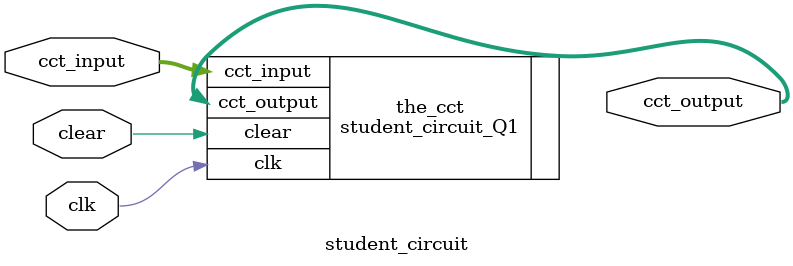
<source format=sv>
module student_circuit (
  input wire        clk,
  input wire        clear,
  input wire  [7:0] cct_input,
  output wire [7:0] cct_output
);

/*  NB: It is strongly suggested that this module be organized so that all questions can be answered using a single quartus project.
This can be done by answering the questions in separate modules, perhaps named student_circuit_Q1, student_circuit_Q2, student_circuit_Q3 and student_circuit_Q4, as shown below.
Then one of these modules is instantiated within this module.  For example the answer to question 1, 2, 3, or 4 is answered by uncommenting the instantiation of interest and commenting all others.
 */

// student_circuit_preamble the_cct (
student_circuit_Q1 the_cct(
// student_circuit_Q2 the_cct(
// student_circuit_Q3 the_cct(
// student_circuit_Q4 the_cct(
// student_circuit_Q5_the_cct(
  .clk(clk),
  .clear(clear),
  .cct_input(cct_input),
  .cct_output(cct_output)
);

endmodule

</source>
